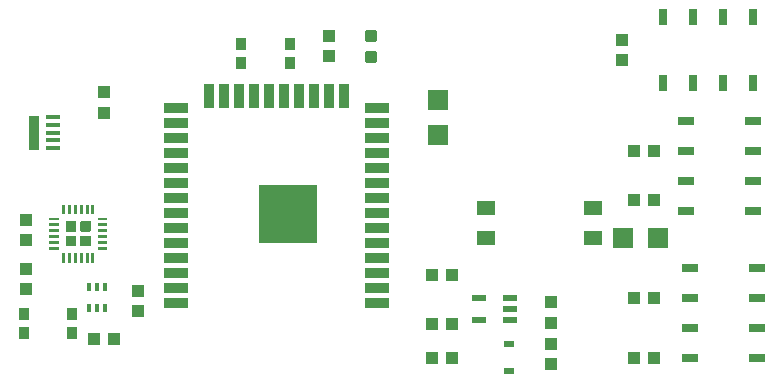
<source format=gbr>
G04 EAGLE Gerber RS-274X export*
G75*
%MOMM*%
%FSLAX34Y34*%
%LPD*%
%INSolderpaste Top*%
%IPPOS*%
%AMOC8*
5,1,8,0,0,1.08239X$1,22.5*%
G01*
%ADD10R,1.100000X1.000000*%
%ADD11R,1.000000X1.100000*%
%ADD12R,0.830000X0.630000*%
%ADD13C,0.300000*%
%ADD14R,2.000000X0.900000*%
%ADD15R,0.900000X2.000000*%
%ADD16R,5.000000X5.000000*%
%ADD17R,1.150000X0.400000*%
%ADD18R,0.900000X3.000000*%
%ADD19R,0.300000X0.660000*%
%ADD20R,1.800000X1.800000*%
%ADD21R,0.900000X1.000000*%
%ADD22R,1.500000X1.300000*%
%ADD23R,1.200000X0.550000*%
%ADD24R,1.350000X0.650000*%
%ADD25R,0.650000X1.350000*%

G36*
X76740Y138602D02*
X76740Y138602D01*
X76806Y138604D01*
X76849Y138622D01*
X76896Y138630D01*
X76953Y138664D01*
X77013Y138689D01*
X77048Y138720D01*
X77089Y138745D01*
X77131Y138796D01*
X77179Y138840D01*
X77201Y138882D01*
X77230Y138919D01*
X77251Y138981D01*
X77282Y139040D01*
X77290Y139094D01*
X77302Y139131D01*
X77301Y139171D01*
X77309Y139225D01*
X77309Y146725D01*
X77298Y146790D01*
X77296Y146856D01*
X77278Y146899D01*
X77270Y146946D01*
X77236Y147003D01*
X77211Y147063D01*
X77180Y147098D01*
X77155Y147139D01*
X77104Y147181D01*
X77060Y147229D01*
X77018Y147251D01*
X76981Y147280D01*
X76919Y147301D01*
X76860Y147332D01*
X76806Y147340D01*
X76769Y147352D01*
X76729Y147351D01*
X76675Y147359D01*
X69175Y147359D01*
X69110Y147348D01*
X69044Y147346D01*
X69001Y147328D01*
X68954Y147320D01*
X68897Y147286D01*
X68837Y147261D01*
X68802Y147230D01*
X68761Y147205D01*
X68720Y147154D01*
X68671Y147110D01*
X68649Y147068D01*
X68620Y147031D01*
X68599Y146969D01*
X68568Y146910D01*
X68560Y146856D01*
X68548Y146819D01*
X68549Y146779D01*
X68541Y146725D01*
X68541Y139225D01*
X68552Y139160D01*
X68554Y139094D01*
X68572Y139051D01*
X68580Y139004D01*
X68614Y138947D01*
X68639Y138887D01*
X68670Y138852D01*
X68695Y138811D01*
X68746Y138770D01*
X68790Y138721D01*
X68832Y138699D01*
X68869Y138670D01*
X68931Y138649D01*
X68990Y138618D01*
X69044Y138610D01*
X69081Y138598D01*
X69121Y138599D01*
X69175Y138591D01*
X76675Y138591D01*
X76740Y138602D01*
G37*
G36*
X64240Y138602D02*
X64240Y138602D01*
X64306Y138604D01*
X64349Y138622D01*
X64396Y138630D01*
X64453Y138664D01*
X64513Y138689D01*
X64548Y138720D01*
X64589Y138745D01*
X64631Y138796D01*
X64679Y138840D01*
X64701Y138882D01*
X64730Y138919D01*
X64751Y138981D01*
X64782Y139040D01*
X64790Y139094D01*
X64802Y139131D01*
X64801Y139171D01*
X64809Y139225D01*
X64809Y146725D01*
X64798Y146790D01*
X64796Y146856D01*
X64778Y146899D01*
X64770Y146946D01*
X64736Y147003D01*
X64711Y147063D01*
X64680Y147098D01*
X64655Y147139D01*
X64604Y147181D01*
X64560Y147229D01*
X64518Y147251D01*
X64481Y147280D01*
X64419Y147301D01*
X64360Y147332D01*
X64306Y147340D01*
X64269Y147352D01*
X64229Y147351D01*
X64175Y147359D01*
X56675Y147359D01*
X56610Y147348D01*
X56544Y147346D01*
X56501Y147328D01*
X56454Y147320D01*
X56397Y147286D01*
X56337Y147261D01*
X56302Y147230D01*
X56261Y147205D01*
X56220Y147154D01*
X56171Y147110D01*
X56149Y147068D01*
X56120Y147031D01*
X56099Y146969D01*
X56068Y146910D01*
X56060Y146856D01*
X56048Y146819D01*
X56049Y146779D01*
X56041Y146725D01*
X56041Y139225D01*
X56052Y139160D01*
X56054Y139094D01*
X56072Y139051D01*
X56080Y139004D01*
X56114Y138947D01*
X56139Y138887D01*
X56170Y138852D01*
X56195Y138811D01*
X56246Y138770D01*
X56290Y138721D01*
X56332Y138699D01*
X56369Y138670D01*
X56431Y138649D01*
X56490Y138618D01*
X56544Y138610D01*
X56581Y138598D01*
X56621Y138599D01*
X56675Y138591D01*
X64175Y138591D01*
X64240Y138602D01*
G37*
G36*
X64240Y151102D02*
X64240Y151102D01*
X64306Y151104D01*
X64349Y151122D01*
X64396Y151130D01*
X64453Y151164D01*
X64513Y151189D01*
X64548Y151220D01*
X64589Y151245D01*
X64631Y151296D01*
X64679Y151340D01*
X64701Y151382D01*
X64730Y151419D01*
X64751Y151481D01*
X64782Y151540D01*
X64790Y151594D01*
X64802Y151631D01*
X64801Y151671D01*
X64809Y151725D01*
X64809Y159225D01*
X64798Y159290D01*
X64796Y159356D01*
X64778Y159399D01*
X64770Y159446D01*
X64736Y159503D01*
X64711Y159563D01*
X64680Y159598D01*
X64655Y159639D01*
X64604Y159681D01*
X64560Y159729D01*
X64518Y159751D01*
X64481Y159780D01*
X64419Y159801D01*
X64360Y159832D01*
X64306Y159840D01*
X64269Y159852D01*
X64229Y159851D01*
X64175Y159859D01*
X56675Y159859D01*
X56610Y159848D01*
X56544Y159846D01*
X56501Y159828D01*
X56454Y159820D01*
X56397Y159786D01*
X56337Y159761D01*
X56302Y159730D01*
X56261Y159705D01*
X56220Y159654D01*
X56171Y159610D01*
X56149Y159568D01*
X56120Y159531D01*
X56099Y159469D01*
X56068Y159410D01*
X56060Y159356D01*
X56048Y159319D01*
X56049Y159279D01*
X56041Y159225D01*
X56041Y151725D01*
X56052Y151660D01*
X56054Y151594D01*
X56072Y151551D01*
X56080Y151504D01*
X56114Y151447D01*
X56139Y151387D01*
X56170Y151352D01*
X56195Y151311D01*
X56246Y151270D01*
X56290Y151221D01*
X56332Y151199D01*
X56369Y151170D01*
X56431Y151149D01*
X56490Y151118D01*
X56544Y151110D01*
X56581Y151098D01*
X56621Y151099D01*
X56675Y151091D01*
X64175Y151091D01*
X64240Y151102D01*
G37*
G36*
X76740Y151102D02*
X76740Y151102D01*
X76806Y151104D01*
X76849Y151122D01*
X76896Y151130D01*
X76953Y151164D01*
X77013Y151189D01*
X77048Y151220D01*
X77089Y151245D01*
X77131Y151296D01*
X77179Y151340D01*
X77201Y151382D01*
X77230Y151419D01*
X77251Y151481D01*
X77282Y151540D01*
X77290Y151594D01*
X77302Y151631D01*
X77301Y151671D01*
X77309Y151725D01*
X77309Y159225D01*
X77298Y159290D01*
X77296Y159356D01*
X77278Y159399D01*
X77270Y159446D01*
X77236Y159503D01*
X77211Y159563D01*
X77180Y159598D01*
X77155Y159639D01*
X77104Y159681D01*
X77060Y159729D01*
X77018Y159751D01*
X76981Y159780D01*
X76919Y159801D01*
X76860Y159832D01*
X76806Y159840D01*
X76769Y159852D01*
X76729Y159851D01*
X76675Y159859D01*
X69175Y159859D01*
X69110Y159848D01*
X69044Y159846D01*
X69001Y159828D01*
X68954Y159820D01*
X68897Y159786D01*
X68837Y159761D01*
X68802Y159730D01*
X68761Y159705D01*
X68720Y159654D01*
X68671Y159610D01*
X68649Y159568D01*
X68620Y159531D01*
X68599Y159469D01*
X68568Y159410D01*
X68560Y159356D01*
X68548Y159319D01*
X68549Y159279D01*
X68541Y159225D01*
X68541Y151725D01*
X68552Y151660D01*
X68554Y151594D01*
X68572Y151551D01*
X68580Y151504D01*
X68614Y151447D01*
X68639Y151387D01*
X68670Y151352D01*
X68695Y151311D01*
X68746Y151270D01*
X68790Y151221D01*
X68832Y151199D01*
X68869Y151170D01*
X68931Y151149D01*
X68990Y151118D01*
X69044Y151110D01*
X69081Y151098D01*
X69121Y151099D01*
X69175Y151091D01*
X76675Y151091D01*
X76740Y151102D01*
G37*
G36*
X55422Y165812D02*
X55422Y165812D01*
X55417Y165819D01*
X55424Y165825D01*
X55424Y173625D01*
X55388Y173672D01*
X55381Y173667D01*
X55375Y173674D01*
X52975Y173674D01*
X52928Y173638D01*
X52933Y173631D01*
X52926Y173625D01*
X52926Y165825D01*
X52962Y165778D01*
X52969Y165783D01*
X52975Y165776D01*
X55375Y165776D01*
X55422Y165812D01*
G37*
G36*
X65422Y165812D02*
X65422Y165812D01*
X65417Y165819D01*
X65424Y165825D01*
X65424Y173625D01*
X65388Y173672D01*
X65381Y173667D01*
X65375Y173674D01*
X62975Y173674D01*
X62928Y173638D01*
X62933Y173631D01*
X62926Y173625D01*
X62926Y165825D01*
X62962Y165778D01*
X62969Y165783D01*
X62975Y165776D01*
X65375Y165776D01*
X65422Y165812D01*
G37*
G36*
X91122Y160512D02*
X91122Y160512D01*
X91117Y160519D01*
X91124Y160525D01*
X91124Y162925D01*
X91088Y162972D01*
X91081Y162967D01*
X91075Y162974D01*
X83275Y162974D01*
X83228Y162938D01*
X83233Y162931D01*
X83226Y162925D01*
X83226Y160525D01*
X83262Y160478D01*
X83269Y160483D01*
X83275Y160476D01*
X91075Y160476D01*
X91122Y160512D01*
G37*
G36*
X50122Y160512D02*
X50122Y160512D01*
X50117Y160519D01*
X50124Y160525D01*
X50124Y162925D01*
X50088Y162972D01*
X50081Y162967D01*
X50075Y162974D01*
X42275Y162974D01*
X42228Y162938D01*
X42233Y162931D01*
X42226Y162925D01*
X42226Y160525D01*
X42262Y160478D01*
X42269Y160483D01*
X42275Y160476D01*
X50075Y160476D01*
X50122Y160512D01*
G37*
G36*
X80422Y165812D02*
X80422Y165812D01*
X80417Y165819D01*
X80424Y165825D01*
X80424Y173625D01*
X80388Y173672D01*
X80381Y173667D01*
X80375Y173674D01*
X77975Y173674D01*
X77928Y173638D01*
X77933Y173631D01*
X77926Y173625D01*
X77926Y165825D01*
X77962Y165778D01*
X77969Y165783D01*
X77975Y165776D01*
X80375Y165776D01*
X80422Y165812D01*
G37*
G36*
X70422Y165812D02*
X70422Y165812D01*
X70417Y165819D01*
X70424Y165825D01*
X70424Y173625D01*
X70388Y173672D01*
X70381Y173667D01*
X70375Y173674D01*
X67975Y173674D01*
X67928Y173638D01*
X67933Y173631D01*
X67926Y173625D01*
X67926Y165825D01*
X67962Y165778D01*
X67969Y165783D01*
X67975Y165776D01*
X70375Y165776D01*
X70422Y165812D01*
G37*
G36*
X91122Y155512D02*
X91122Y155512D01*
X91117Y155519D01*
X91124Y155525D01*
X91124Y157925D01*
X91088Y157972D01*
X91081Y157967D01*
X91075Y157974D01*
X83275Y157974D01*
X83228Y157938D01*
X83233Y157931D01*
X83226Y157925D01*
X83226Y155525D01*
X83262Y155478D01*
X83269Y155483D01*
X83275Y155476D01*
X91075Y155476D01*
X91122Y155512D01*
G37*
G36*
X50122Y155512D02*
X50122Y155512D01*
X50117Y155519D01*
X50124Y155525D01*
X50124Y157925D01*
X50088Y157972D01*
X50081Y157967D01*
X50075Y157974D01*
X42275Y157974D01*
X42228Y157938D01*
X42233Y157931D01*
X42226Y157925D01*
X42226Y155525D01*
X42262Y155478D01*
X42269Y155483D01*
X42275Y155476D01*
X50075Y155476D01*
X50122Y155512D01*
G37*
G36*
X91122Y150512D02*
X91122Y150512D01*
X91117Y150519D01*
X91124Y150525D01*
X91124Y152925D01*
X91088Y152972D01*
X91081Y152967D01*
X91075Y152974D01*
X83275Y152974D01*
X83228Y152938D01*
X83233Y152931D01*
X83226Y152925D01*
X83226Y150525D01*
X83262Y150478D01*
X83269Y150483D01*
X83275Y150476D01*
X91075Y150476D01*
X91122Y150512D01*
G37*
G36*
X50122Y150512D02*
X50122Y150512D01*
X50117Y150519D01*
X50124Y150525D01*
X50124Y152925D01*
X50088Y152972D01*
X50081Y152967D01*
X50075Y152974D01*
X42275Y152974D01*
X42228Y152938D01*
X42233Y152931D01*
X42226Y152925D01*
X42226Y150525D01*
X42262Y150478D01*
X42269Y150483D01*
X42275Y150476D01*
X50075Y150476D01*
X50122Y150512D01*
G37*
G36*
X91122Y145512D02*
X91122Y145512D01*
X91117Y145519D01*
X91124Y145525D01*
X91124Y147925D01*
X91088Y147972D01*
X91081Y147967D01*
X91075Y147974D01*
X83275Y147974D01*
X83228Y147938D01*
X83233Y147931D01*
X83226Y147925D01*
X83226Y145525D01*
X83262Y145478D01*
X83269Y145483D01*
X83275Y145476D01*
X91075Y145476D01*
X91122Y145512D01*
G37*
G36*
X50122Y145512D02*
X50122Y145512D01*
X50117Y145519D01*
X50124Y145525D01*
X50124Y147925D01*
X50088Y147972D01*
X50081Y147967D01*
X50075Y147974D01*
X42275Y147974D01*
X42228Y147938D01*
X42233Y147931D01*
X42226Y147925D01*
X42226Y145525D01*
X42262Y145478D01*
X42269Y145483D01*
X42275Y145476D01*
X50075Y145476D01*
X50122Y145512D01*
G37*
G36*
X75422Y165812D02*
X75422Y165812D01*
X75417Y165819D01*
X75424Y165825D01*
X75424Y173625D01*
X75388Y173672D01*
X75381Y173667D01*
X75375Y173674D01*
X72975Y173674D01*
X72928Y173638D01*
X72933Y173631D01*
X72926Y173625D01*
X72926Y165825D01*
X72962Y165778D01*
X72969Y165783D01*
X72975Y165776D01*
X75375Y165776D01*
X75422Y165812D01*
G37*
G36*
X60422Y165812D02*
X60422Y165812D01*
X60417Y165819D01*
X60424Y165825D01*
X60424Y173625D01*
X60388Y173672D01*
X60381Y173667D01*
X60375Y173674D01*
X57975Y173674D01*
X57928Y173638D01*
X57933Y173631D01*
X57926Y173625D01*
X57926Y165825D01*
X57962Y165778D01*
X57969Y165783D01*
X57975Y165776D01*
X60375Y165776D01*
X60422Y165812D01*
G37*
G36*
X91122Y140512D02*
X91122Y140512D01*
X91117Y140519D01*
X91124Y140525D01*
X91124Y142925D01*
X91088Y142972D01*
X91081Y142967D01*
X91075Y142974D01*
X83275Y142974D01*
X83228Y142938D01*
X83233Y142931D01*
X83226Y142925D01*
X83226Y140525D01*
X83262Y140478D01*
X83269Y140483D01*
X83275Y140476D01*
X91075Y140476D01*
X91122Y140512D01*
G37*
G36*
X50122Y140512D02*
X50122Y140512D01*
X50117Y140519D01*
X50124Y140525D01*
X50124Y142925D01*
X50088Y142972D01*
X50081Y142967D01*
X50075Y142974D01*
X42275Y142974D01*
X42228Y142938D01*
X42233Y142931D01*
X42226Y142925D01*
X42226Y140525D01*
X42262Y140478D01*
X42269Y140483D01*
X42275Y140476D01*
X50075Y140476D01*
X50122Y140512D01*
G37*
G36*
X50122Y135512D02*
X50122Y135512D01*
X50117Y135519D01*
X50124Y135525D01*
X50124Y137925D01*
X50088Y137972D01*
X50081Y137967D01*
X50075Y137974D01*
X42275Y137974D01*
X42228Y137938D01*
X42233Y137931D01*
X42226Y137925D01*
X42226Y135525D01*
X42262Y135478D01*
X42269Y135483D01*
X42275Y135476D01*
X50075Y135476D01*
X50122Y135512D01*
G37*
G36*
X91122Y135512D02*
X91122Y135512D01*
X91117Y135519D01*
X91124Y135525D01*
X91124Y137925D01*
X91088Y137972D01*
X91081Y137967D01*
X91075Y137974D01*
X83275Y137974D01*
X83228Y137938D01*
X83233Y137931D01*
X83226Y137925D01*
X83226Y135525D01*
X83262Y135478D01*
X83269Y135483D01*
X83275Y135476D01*
X91075Y135476D01*
X91122Y135512D01*
G37*
G36*
X70422Y124812D02*
X70422Y124812D01*
X70417Y124819D01*
X70424Y124825D01*
X70424Y132625D01*
X70388Y132672D01*
X70381Y132667D01*
X70375Y132674D01*
X67975Y132674D01*
X67928Y132638D01*
X67933Y132631D01*
X67926Y132625D01*
X67926Y124825D01*
X67962Y124778D01*
X67969Y124783D01*
X67975Y124776D01*
X70375Y124776D01*
X70422Y124812D01*
G37*
G36*
X75422Y124812D02*
X75422Y124812D01*
X75417Y124819D01*
X75424Y124825D01*
X75424Y132625D01*
X75388Y132672D01*
X75381Y132667D01*
X75375Y132674D01*
X72975Y132674D01*
X72928Y132638D01*
X72933Y132631D01*
X72926Y132625D01*
X72926Y124825D01*
X72962Y124778D01*
X72969Y124783D01*
X72975Y124776D01*
X75375Y124776D01*
X75422Y124812D01*
G37*
G36*
X80422Y124812D02*
X80422Y124812D01*
X80417Y124819D01*
X80424Y124825D01*
X80424Y132625D01*
X80388Y132672D01*
X80381Y132667D01*
X80375Y132674D01*
X77975Y132674D01*
X77928Y132638D01*
X77933Y132631D01*
X77926Y132625D01*
X77926Y124825D01*
X77962Y124778D01*
X77969Y124783D01*
X77975Y124776D01*
X80375Y124776D01*
X80422Y124812D01*
G37*
G36*
X55422Y124812D02*
X55422Y124812D01*
X55417Y124819D01*
X55424Y124825D01*
X55424Y132625D01*
X55388Y132672D01*
X55381Y132667D01*
X55375Y132674D01*
X52975Y132674D01*
X52928Y132638D01*
X52933Y132631D01*
X52926Y132625D01*
X52926Y124825D01*
X52962Y124778D01*
X52969Y124783D01*
X52975Y124776D01*
X55375Y124776D01*
X55422Y124812D01*
G37*
G36*
X60422Y124812D02*
X60422Y124812D01*
X60417Y124819D01*
X60424Y124825D01*
X60424Y132625D01*
X60388Y132672D01*
X60381Y132667D01*
X60375Y132674D01*
X57975Y132674D01*
X57928Y132638D01*
X57933Y132631D01*
X57926Y132625D01*
X57926Y124825D01*
X57962Y124778D01*
X57969Y124783D01*
X57975Y124776D01*
X60375Y124776D01*
X60422Y124812D01*
G37*
G36*
X65422Y124812D02*
X65422Y124812D01*
X65417Y124819D01*
X65424Y124825D01*
X65424Y132625D01*
X65388Y132672D01*
X65381Y132667D01*
X65375Y132674D01*
X62975Y132674D01*
X62928Y132638D01*
X62933Y132631D01*
X62926Y132625D01*
X62926Y124825D01*
X62962Y124778D01*
X62969Y124783D01*
X62975Y124776D01*
X65375Y124776D01*
X65422Y124812D01*
G37*
D10*
X383150Y44450D03*
X366150Y44450D03*
X383150Y73025D03*
X366150Y73025D03*
D11*
X466725Y56125D03*
X466725Y39125D03*
D12*
X431800Y55950D03*
X431800Y32950D03*
D13*
X317825Y302705D02*
X310825Y302705D01*
X317825Y302705D02*
X317825Y295705D01*
X310825Y295705D01*
X310825Y302705D01*
X310825Y298555D02*
X317825Y298555D01*
X317825Y301405D02*
X310825Y301405D01*
X310825Y320245D02*
X317825Y320245D01*
X317825Y313245D01*
X310825Y313245D01*
X310825Y320245D01*
X310825Y316095D02*
X317825Y316095D01*
X317825Y318945D02*
X310825Y318945D01*
D14*
X319625Y90950D03*
X319625Y103650D03*
X319625Y116350D03*
X319625Y129050D03*
X319625Y141750D03*
X319625Y154450D03*
X319625Y167150D03*
X319625Y179850D03*
X319625Y192550D03*
X319625Y205250D03*
X319625Y217950D03*
X319625Y230650D03*
X319625Y243350D03*
X319625Y256050D03*
D15*
X291775Y266050D03*
X279075Y266050D03*
X266375Y266050D03*
X253675Y266050D03*
X240975Y266050D03*
X228275Y266050D03*
X215575Y266050D03*
X202875Y266050D03*
X190175Y266050D03*
X177475Y266050D03*
D14*
X149625Y256050D03*
X149625Y243350D03*
X149625Y230650D03*
X149625Y217950D03*
X149625Y205250D03*
X149625Y192550D03*
X149625Y179850D03*
X149625Y167150D03*
X149625Y154450D03*
X149625Y141750D03*
X149625Y129050D03*
X149625Y116350D03*
X149625Y103650D03*
X149625Y90950D03*
D16*
X244625Y165950D03*
D17*
X45050Y234950D03*
X45050Y228450D03*
X45050Y241450D03*
X45050Y247950D03*
X45050Y221950D03*
D18*
X29300Y234950D03*
D19*
X76050Y86050D03*
X82550Y104450D03*
X89050Y104450D03*
X76050Y104450D03*
X82550Y86050D03*
X89050Y86050D03*
D11*
X22225Y143900D03*
X22225Y160900D03*
X117475Y100575D03*
X117475Y83575D03*
D10*
X80400Y60325D03*
X97400Y60325D03*
D11*
X22225Y102625D03*
X22225Y119625D03*
D10*
X383150Y114300D03*
X366150Y114300D03*
D11*
X279400Y299475D03*
X279400Y316475D03*
D20*
X527935Y146050D03*
X557915Y146050D03*
D11*
X88900Y268850D03*
X88900Y251850D03*
X466725Y74050D03*
X466725Y91050D03*
D21*
X61775Y81025D03*
X61775Y65025D03*
X20775Y65025D03*
X20775Y81025D03*
X245925Y309625D03*
X245925Y293625D03*
X204925Y293625D03*
X204925Y309625D03*
D22*
X502200Y146050D03*
X502200Y171450D03*
X412200Y171450D03*
X412200Y146050D03*
D23*
X432101Y76225D03*
X432101Y85725D03*
X432101Y95225D03*
X406099Y95225D03*
X406099Y76225D03*
D24*
X581350Y244475D03*
X581350Y219075D03*
X581350Y193675D03*
X581350Y168275D03*
X637850Y168275D03*
X637850Y193675D03*
X637850Y219075D03*
X637850Y244475D03*
D10*
X537600Y219075D03*
X554600Y219075D03*
X537600Y177800D03*
X554600Y177800D03*
D24*
X584525Y120650D03*
X584525Y95250D03*
X584525Y69850D03*
X584525Y44450D03*
X641025Y44450D03*
X641025Y69850D03*
X641025Y95250D03*
X641025Y120650D03*
D10*
X537600Y95250D03*
X554600Y95250D03*
X537600Y44450D03*
X554600Y44450D03*
D25*
X561975Y276550D03*
X587375Y276550D03*
X612775Y276550D03*
X638175Y276550D03*
X638175Y333050D03*
X612775Y333050D03*
X587375Y333050D03*
X561975Y333050D03*
D11*
X527050Y296300D03*
X527050Y313300D03*
D20*
X371475Y232660D03*
X371475Y262640D03*
M02*

</source>
